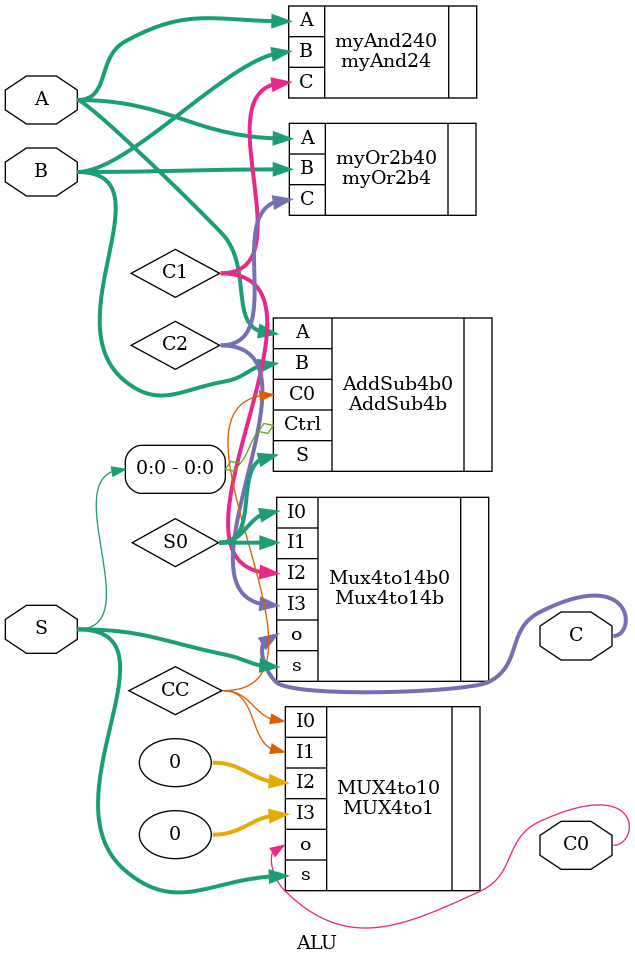
<source format=v>
`timescale 1ns / 1ps
module ALU(
	input wire [1:0] S,
	input wire [3:0] A, B,
	output wire C0,
	output wire [3:0] C
    );
	 
	 wire CC;
	 wire [3:0] S0, C1, C2;
	 
	 AddSub4b AddSub4b0(
		.Ctrl(S[0]),
		.A(A),
		.B(B),
		.C0(CC),
		.S(S0)
	 );
	 
	 myAnd24 myAnd240(
		.A(A),
		.B(B),
		.C(C1)
	 );
	 
	 myOr2b4 myOr2b40(
		.A(A),
		.B(B),
		.C(C2)
	 );
	 
	 MUX4to1 MUX4to10(
		.s(S),
		.I0(CC),
		.I1(CC),
		.I2(0),
		.I3(0),
		.o(C0)
	 );
	 
	 Mux4to14b Mux4to14b0(
		.s(S),
		.I0(S0),
		.I1(S0),
		.I2(C1),
		.I3(C2),
		.o(C)
	 );


endmodule

</source>
